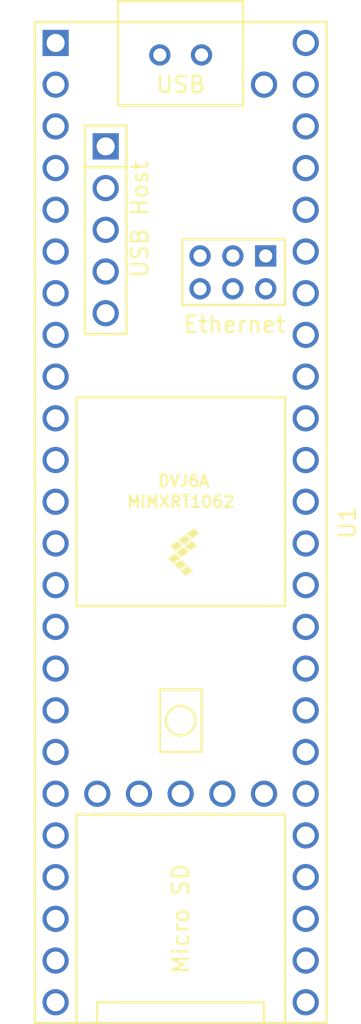
<source format=kicad_pcb>
(kicad_pcb (version 20240108) (generator "pcbnew") (generator_version "8.0")
  (layers (0 "F.Cu" signal) (31 "B.Cu" signal) (34 "B.Paste" user) (35 "F.Paste" user) (36 "B.SilkS" user "B.Silkscreen") (37 "F.SilkS" user "F.Silkscreen") (38 "B.Mask" user) (39 "F.Mask" user) (44 "Edge.Cuts" user))
  (net 0 "")
  (footprint "teensy:Teensy41" (layer "F.Cu") (at 81.82 88.19 -90)
    (property "Reference" "U1" (at 0 -10.16 90) (layer "F.SilkS"))
    (property "Value" "Teensy4.1")
    (fp_line (start -30.48 8.89) (end -30.48 -8.89) (stroke (width 0.15)) (layer "F.SilkS"))
    (fp_line (start 30.48 8.89) (end -30.48 8.89) (stroke (width 0.15)) (layer "F.SilkS"))
    (fp_line (start -7.62 6.35) (end 5.08 6.35) (stroke (width 0.15)) (layer "F.SilkS"))
    (fp_line (start 5.08 6.35) (end 5.08 -6.35) (stroke (width 0.15)) (layer "F.SilkS"))
    (fp_line (start 17.78 6.35) (end 30.48 6.35) (stroke (width 0.15)) (layer "F.SilkS"))
    (fp_line (start -24.1808 5.8392) (end -24.1808 3.2992) (stroke (width 0.15)) (layer "F.SilkS"))
    (fp_line (start -11.4808 5.8392) (end -24.1808 5.8392) (stroke (width 0.15)) (layer "F.SilkS"))
    (fp_line (start 29.21 5.08) (end 30.48 5.08) (stroke (width 0.15)) (layer "F.SilkS"))
    (fp_line (start -31.75 3.81) (end -31.75 -3.81) (stroke (width 0.15)) (layer "F.SilkS"))
    (fp_line (start -30.48 3.81) (end -31.75 3.81) (stroke (width 0.15)) (layer "F.SilkS"))
    (fp_line (start -25.4 3.81) (end -30.48 3.81) (stroke (width 0.15)) (layer "F.SilkS"))
    (fp_line (start -25.4 3.81) (end -25.4 -3.81) (stroke (width 0.15)) (layer "F.SilkS"))
    (fp_line (start -24.1808 3.2992) (end -21.6408 3.2992) (stroke (width 0.15)) (layer "F.SilkS"))
    (fp_line (start -24.1808 3.2992) (end -11.4808 3.2992) (stroke (width 0.15)) (layer "F.SilkS"))
    (fp_line (start -21.6408 3.2992) (end -21.6408 5.8392) (stroke (width 0.15)) (layer "F.SilkS"))
    (fp_line (start -11.4808 3.2992) (end -11.4808 5.8392) (stroke (width 0.15)) (layer "F.SilkS"))
    (fp_line (start 10.16 1.27) (end 10.16 -1.27) (stroke (width 0.15)) (layer "F.SilkS"))
    (fp_line (start 13.97 1.27) (end 10.16 1.27) (stroke (width 0.15)) (layer "F.SilkS"))
    (fp_line (start -17.25 -0.1016) (end -13.25 -0.1016) (stroke (width 0.15)) (layer "F.SilkS"))
    (fp_line (start -13.25 -0.1016) (end -13.25 -6.3516) (stroke (width 0.15)) (layer "F.SilkS"))
    (fp_line (start 10.16 -1.27) (end 13.97 -1.27) (stroke (width 0.15)) (layer "F.SilkS"))
    (fp_line (start 13.97 -1.27) (end 13.97 1.27) (stroke (width 0.15)) (layer "F.SilkS"))
    (fp_line (start -31.75 -3.81) (end -30.48 -3.81) (stroke (width 0.15)) (layer "F.SilkS"))
    (fp_line (start -25.4 -3.81) (end -30.48 -3.81) (stroke (width 0.15)) (layer "F.SilkS"))
    (fp_line (start 29.21 -5.08) (end 29.21 5.08) (stroke (width 0.15)) (layer "F.SilkS"))
    (fp_line (start 30.48 -5.08) (end 29.21 -5.08) (stroke (width 0.15)) (layer "F.SilkS"))
    (fp_line (start -17.25 -6.1016) (end -17.25 -0.1016) (stroke (width 0.15)) (layer "F.SilkS"))
    (fp_line (start -7.62 -6.35) (end -7.62 6.35) (stroke (width 0.15)) (layer "F.SilkS"))
    (fp_line (start 5.08 -6.35) (end -7.62 -6.35) (stroke (width 0.15)) (layer "F.SilkS"))
    (fp_line (start 17.78 -6.35) (end 17.78 6.35) (stroke (width 0.15)) (layer "F.SilkS"))
    (fp_line (start 30.48 -6.35) (end 17.78 -6.35) (stroke (width 0.15)) (layer "F.SilkS"))
    (fp_line (start -17.25 -6.3516) (end -17.25 -6.1016) (stroke (width 0.15)) (layer "F.SilkS"))
    (fp_line (start -13.25 -6.3516) (end -17.25 -6.3516) (stroke (width 0.15)) (layer "F.SilkS"))
    (fp_line (start -30.48 -8.89) (end 30.48 -8.89) (stroke (width 0.15)) (layer "F.SilkS"))
    (fp_line (start 30.48 -8.89) (end 30.48 8.89) (stroke (width 0.15)) (layer "F.SilkS"))
    (fp_circle (center 12.065 0) (end 12.7 -0.635) (stroke (width 0.15)) (fill none) (layer "F.SilkS"))
    (fp_poly (pts (xy 2.435 0.455) (xy 2.181 0.709) (xy 1.927 0.328) (xy 2.181 0.074)) (stroke (width 0.1)) (fill solid) (layer "F.SilkS"))
    (fp_poly (pts (xy 1.673 0.328) (xy 1.419 0.582) (xy 1.165 0.201) (xy 1.419 -0.053)) (stroke (width 0.1)) (fill solid) (layer "F.SilkS"))
    (fp_poly (pts (xy 2.816 0.074) (xy 2.562 0.328) (xy 2.308 -0.053) (xy 2.562 -0.307)) (stroke (width 0.1)) (fill solid) (layer "F.SilkS"))
    (fp_poly (pts (xy 2.054 -0.053) (xy 1.8 0.201) (xy 1.546 -0.18) (xy 1.8 -0.434)) (stroke (width 0.1)) (fill solid) (layer "F.SilkS"))
    (fp_poly (pts (xy 1.292 -0.18) (xy 1.038 0.074) (xy 0.784 -0.307) (xy 1.038 -0.561)) (stroke (width 0.1)) (fill solid) (layer "F.SilkS"))
    (fp_poly (pts (xy 3.197 -0.307) (xy 2.943 -0.053) (xy 2.689 -0.434) (xy 2.943 -0.688)) (stroke (width 0.1)) (fill solid) (layer "F.SilkS"))
    (fp_poly (pts (xy 1.673 -0.561) (xy 1.419 -0.307) (xy 1.165 -0.688) (xy 1.419 -0.942)) (stroke (width 0.1)) (fill solid) (layer "F.SilkS"))
    (fp_poly (pts (xy 0.911 -0.688) (xy 0.657 -0.434) (xy 0.403 -0.815) (xy 0.657 -1.069)) (stroke (width 0.1)) (fill solid) (layer "F.SilkS"))
    (fp_text user "Ethernet" (at -12.065 -3.2766 360) (layer "F.SilkS"))
    (fp_text user "Micro SD" (at 24.13 0 90) (layer "F.SilkS"))
    (fp_text user "MIMXRT1062" (at -1.27 0 360) (layer "F.SilkS") (effects (font (size 0.7 0.7))))
    (fp_text user "DVJ6A" (at -2.54 -0.18 360) (layer "F.SilkS") (effects (font (size 0.7 0.7))))
    (fp_text user "USB Host" (at -18.4658 2.4892 90) (layer "F.SilkS"))
    (fp_text user "USB" (at -26.67 0 360) (layer "F.SilkS"))
    (pad "1" thru_hole rect (at -29.21 7.62 270) (size 1.6 1.6) (drill 1.1) (layers "*.Cu" "*.Mask"))
    (pad "2" thru_hole circle (at -26.67 7.62 270) (size 1.6 1.6) (drill 1.1) (layers "*.Cu" "*.Mask"))
    (pad "3" thru_hole circle (at -24.13 7.62 270) (size 1.6 1.6) (drill 1.1) (layers "*.Cu" "*.Mask"))
    (pad "4" thru_hole circle (at -21.59 7.62 270) (size 1.6 1.6) (drill 1.1) (layers "*.Cu" "*.Mask"))
    (pad "5" thru_hole circle (at -19.05 7.62 270) (size 1.6 1.6) (drill 1.1) (layers "*.Cu" "*.Mask"))
    (pad "6" thru_hole circle (at -16.51 7.62 270) (size 1.6 1.6) (drill 1.1) (layers "*.Cu" "*.Mask"))
    (pad "7" thru_hole circle (at -13.97 7.62 270) (size 1.6 1.6) (drill 1.1) (layers "*.Cu" "*.Mask"))
    (pad "8" thru_hole circle (at -11.43 7.62 270) (size 1.6 1.6) (drill 1.1) (layers "*.Cu" "*.Mask"))
    (pad "9" thru_hole circle (at -8.89 7.62 270) (size 1.6 1.6) (drill 1.1) (layers "*.Cu" "*.Mask"))
    (pad "10" thru_hole circle (at -6.35 7.62 270) (size 1.6 1.6) (drill 1.1) (layers "*.Cu" "*.Mask"))
    (pad "11" thru_hole circle (at -3.81 7.62 270) (size 1.6 1.6) (drill 1.1) (layers "*.Cu" "*.Mask"))
    (pad "12" thru_hole circle (at -1.27 7.62 270) (size 1.6 1.6) (drill 1.1) (layers "*.Cu" "*.Mask"))
    (pad "13" thru_hole circle (at 1.27 7.62 270) (size 1.6 1.6) (drill 1.1) (layers "*.Cu" "*.Mask"))
    (pad "14" thru_hole circle (at 3.81 7.62 270) (size 1.6 1.6) (drill 1.1) (layers "*.Cu" "*.Mask"))
    (pad "15" thru_hole circle (at 6.35 7.62 270) (size 1.6 1.6) (drill 1.1) (layers "*.Cu" "*.Mask"))
    (pad "16" thru_hole circle (at 8.89 7.62 270) (size 1.6 1.6) (drill 1.1) (layers "*.Cu" "*.Mask"))
    (pad "17" thru_hole circle (at 11.43 7.62 270) (size 1.6 1.6) (drill 1.1) (layers "*.Cu" "*.Mask"))
    (pad "18" thru_hole circle (at 13.97 7.62 270) (size 1.6 1.6) (drill 1.1) (layers "*.Cu" "*.Mask"))
    (pad "19" thru_hole circle (at 16.51 7.62 270) (size 1.6 1.6) (drill 1.1) (layers "*.Cu" "*.Mask"))
    (pad "20" thru_hole circle (at 19.05 7.62 270) (size 1.6 1.6) (drill 1.1) (layers "*.Cu" "*.Mask"))
    (pad "21" thru_hole circle (at 21.59 7.62 270) (size 1.6 1.6) (drill 1.1) (layers "*.Cu" "*.Mask"))
    (pad "22" thru_hole circle (at 24.13 7.62 270) (size 1.6 1.6) (drill 1.1) (layers "*.Cu" "*.Mask"))
    (pad "23" thru_hole circle (at 26.67 7.62 270) (size 1.6 1.6) (drill 1.1) (layers "*.Cu" "*.Mask"))
    (pad "24" thru_hole circle (at 29.21 7.62 270) (size 1.6 1.6) (drill 1.1) (layers "*.Cu" "*.Mask"))
    (pad "25" thru_hole circle (at 29.21 -7.62 270) (size 1.6 1.6) (drill 1.1) (layers "*.Cu" "*.Mask"))
    (pad "26" thru_hole circle (at 26.67 -7.62 270) (size 1.6 1.6) (drill 1.1) (layers "*.Cu" "*.Mask"))
    (pad "27" thru_hole circle (at 24.13 -7.62 270) (size 1.6 1.6) (drill 1.1) (layers "*.Cu" "*.Mask"))
    (pad "28" thru_hole circle (at 21.59 -7.62 270) (size 1.6 1.6) (drill 1.1) (layers "*.Cu" "*.Mask"))
    (pad "29" thru_hole circle (at 19.05 -7.62 270) (size 1.6 1.6) (drill 1.1) (layers "*.Cu" "*.Mask"))
    (pad "30" thru_hole circle (at 16.51 -7.62 270) (size 1.6 1.6) (drill 1.1) (layers "*.Cu" "*.Mask"))
    (pad "31" thru_hole circle (at 13.97 -7.62 270) (size 1.6 1.6) (drill 1.1) (layers "*.Cu" "*.Mask"))
    (pad "32" thru_hole circle (at 11.43 -7.62 270) (size 1.6 1.6) (drill 1.1) (layers "*.Cu" "*.Mask"))
    (pad "33" thru_hole circle (at 8.89 -7.62 270) (size 1.6 1.6) (drill 1.1) (layers "*.Cu" "*.Mask"))
    (pad "34" thru_hole circle (at 6.35 -7.62 270) (size 1.6 1.6) (drill 1.1) (layers "*.Cu" "*.Mask"))
    (pad "35" thru_hole circle (at 3.81 -7.62 270) (size 1.6 1.6) (drill 1.1) (layers "*.Cu" "*.Mask"))
    (pad "36" thru_hole circle (at 1.27 -7.62 270) (size 1.6 1.6) (drill 1.1) (layers "*.Cu" "*.Mask"))
    (pad "37" thru_hole circle (at -1.27 -7.62 270) (size 1.6 1.6) (drill 1.1) (layers "*.Cu" "*.Mask"))
    (pad "38" thru_hole circle (at -3.81 -7.62 270) (size 1.6 1.6) (drill 1.1) (layers "*.Cu" "*.Mask"))
    (pad "39" thru_hole circle (at -6.35 -7.62 270) (size 1.6 1.6) (drill 1.1) (layers "*.Cu" "*.Mask"))
    (pad "40" thru_hole circle (at -8.89 -7.62 270) (size 1.6 1.6) (drill 1.1) (layers "*.Cu" "*.Mask"))
    (pad "41" thru_hole circle (at -11.43 -7.62 270) (size 1.6 1.6) (drill 1.1) (layers "*.Cu" "*.Mask"))
    (pad "42" thru_hole circle (at -13.97 -7.62 270) (size 1.6 1.6) (drill 1.1) (layers "*.Cu" "*.Mask"))
    (pad "43" thru_hole circle (at -16.51 -7.62 270) (size 1.6 1.6) (drill 1.1) (layers "*.Cu" "*.Mask"))
    (pad "44" thru_hole circle (at -19.05 -7.62 270) (size 1.6 1.6) (drill 1.1) (layers "*.Cu" "*.Mask"))
    (pad "45" thru_hole circle (at -21.59 -7.62 270) (size 1.6 1.6) (drill 1.1) (layers "*.Cu" "*.Mask"))
    (pad "46" thru_hole circle (at -24.13 -7.62 270) (size 1.6 1.6) (drill 1.1) (layers "*.Cu" "*.Mask"))
    (pad "47" thru_hole circle (at -26.67 -7.62 270) (size 1.6 1.6) (drill 1.1) (layers "*.Cu" "*.Mask"))
    (pad "48" thru_hole circle (at -29.21 -7.62 270) (size 1.6 1.6) (drill 1.1) (layers "*.Cu" "*.Mask"))
    (pad "49" thru_hole circle (at -26.67 -5.08 270) (size 1.6 1.6) (drill 1.1) (layers "*.Cu" "*.Mask"))
    (pad "50" thru_hole circle (at 16.51 5.08 270) (size 1.6 1.6) (drill 1.1) (layers "*.Cu" "*.Mask"))
    (pad "51" thru_hole circle (at 16.51 2.54 270) (size 1.6 1.6) (drill 1.1) (layers "*.Cu" "*.Mask"))
    (pad "52" thru_hole circle (at 16.51 0 270) (size 1.6 1.6) (drill 1.1) (layers "*.Cu" "*.Mask"))
    (pad "53" thru_hole circle (at 16.51 -2.54 270) (size 1.6 1.6) (drill 1.1) (layers "*.Cu" "*.Mask"))
    (pad "54" thru_hole circle (at 16.51 -5.08 270) (size 1.6 1.6) (drill 1.1) (layers "*.Cu" "*.Mask"))
    (pad "55" thru_hole rect (at -22.9108 4.5692 270) (size 1.6 1.6) (drill 1.1) (layers "*.Cu" "*.Mask"))
    (pad "56" thru_hole circle (at -20.3708 4.5692 270) (size 1.6 1.6) (drill 1.1) (layers "*.Cu" "*.Mask"))
    (pad "57" thru_hole circle (at -17.8308 4.5692 270) (size 1.6 1.6) (drill 1.1) (layers "*.Cu" "*.Mask"))
    (pad "58" thru_hole circle (at -15.2908 4.5692 270) (size 1.6 1.6) (drill 1.1) (layers "*.Cu" "*.Mask"))
    (pad "59" thru_hole circle (at -12.7508 4.5692 270) (size 1.6 1.6) (drill 1.1) (layers "*.Cu" "*.Mask"))
    (pad "60" thru_hole rect (at -16.24 -5.1816 270) (size 1.3 1.3) (drill 0.8) (layers "*.Cu" "*.Mask"))
    (pad "61" thru_hole circle (at -16.24 -3.1816 270) (size 1.3 1.3) (drill 0.8) (layers "*.Cu" "*.Mask"))
    (pad "62" thru_hole circle (at -16.24 -1.1816 270) (size 1.3 1.3) (drill 0.8) (layers "*.Cu" "*.Mask"))
    (pad "63" thru_hole circle (at -14.24 -1.1816 270) (size 1.3 1.3) (drill 0.8) (layers "*.Cu" "*.Mask"))
    (pad "64" thru_hole circle (at -14.24 -3.1816 270) (size 1.3 1.3) (drill 0.8) (layers "*.Cu" "*.Mask"))
    (pad "65" thru_hole circle (at -14.24 -5.1816 270) (size 1.3 1.3) (drill 0.8) (layers "*.Cu" "*.Mask"))
    (pad "66" thru_hole circle (at -28.48 -1.27 270) (size 1.3 1.3) (drill 0.8) (layers "*.Cu" "*.Mask"))
    (pad "67" thru_hole circle (at -28.48 1.27 270) (size 1.3 1.3) (drill 0.8) (layers "*.Cu" "*.Mask"))
  )
)
</source>
